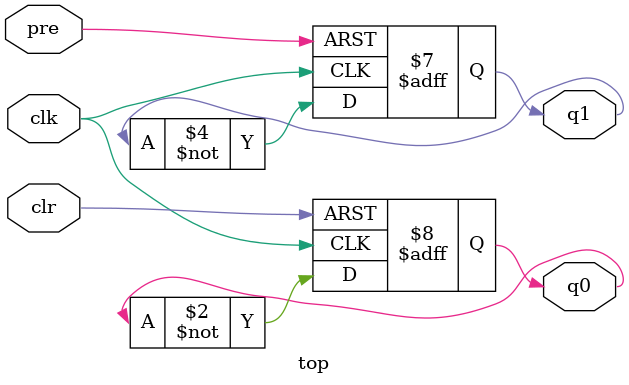
<source format=v>
module top(input clk, clr, pre, output reg q0 = 1'b0, output reg q1 = 1'b1);
always @(posedge clk or posedge clr)
    if (clr)
        q0 <= 1'b0;
    else
        q0 <= ~q0;
always @(posedge clk or posedge pre)
    if (pre)
        q1 <= 1'b1;
    else
        q1 <= ~q1;
endmodule

</source>
